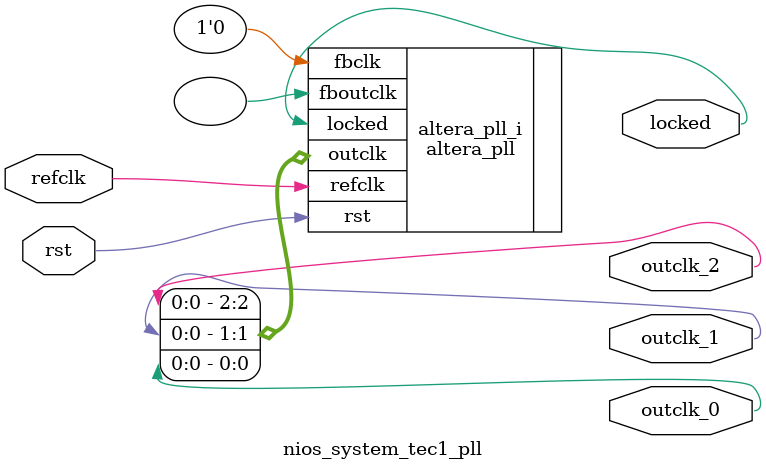
<source format=v>
`timescale 1ns/10ps
module  nios_system_tec1_pll(

	// interface 'refclk'
	input wire refclk,

	// interface 'reset'
	input wire rst,

	// interface 'outclk0'
	output wire outclk_0,

	// interface 'outclk1'
	output wire outclk_1,

	// interface 'outclk2'
	output wire outclk_2,

	// interface 'locked'
	output wire locked
);

	altera_pll #(
		.fractional_vco_multiplier("false"),
		.reference_clock_frequency("50.0 MHz"),
		.operation_mode("normal"),
		.number_of_clocks(3),
		.output_clock_frequency0("100.000000 MHz"),
		.phase_shift0("0 ps"),
		.duty_cycle0(50),
		.output_clock_frequency1("100.000000 MHz"),
		.phase_shift1("7500 ps"),
		.duty_cycle1(50),
		.output_clock_frequency2("50.000000 MHz"),
		.phase_shift2("0 ps"),
		.duty_cycle2(50),
		.output_clock_frequency3("0 MHz"),
		.phase_shift3("0 ps"),
		.duty_cycle3(50),
		.output_clock_frequency4("0 MHz"),
		.phase_shift4("0 ps"),
		.duty_cycle4(50),
		.output_clock_frequency5("0 MHz"),
		.phase_shift5("0 ps"),
		.duty_cycle5(50),
		.output_clock_frequency6("0 MHz"),
		.phase_shift6("0 ps"),
		.duty_cycle6(50),
		.output_clock_frequency7("0 MHz"),
		.phase_shift7("0 ps"),
		.duty_cycle7(50),
		.output_clock_frequency8("0 MHz"),
		.phase_shift8("0 ps"),
		.duty_cycle8(50),
		.output_clock_frequency9("0 MHz"),
		.phase_shift9("0 ps"),
		.duty_cycle9(50),
		.output_clock_frequency10("0 MHz"),
		.phase_shift10("0 ps"),
		.duty_cycle10(50),
		.output_clock_frequency11("0 MHz"),
		.phase_shift11("0 ps"),
		.duty_cycle11(50),
		.output_clock_frequency12("0 MHz"),
		.phase_shift12("0 ps"),
		.duty_cycle12(50),
		.output_clock_frequency13("0 MHz"),
		.phase_shift13("0 ps"),
		.duty_cycle13(50),
		.output_clock_frequency14("0 MHz"),
		.phase_shift14("0 ps"),
		.duty_cycle14(50),
		.output_clock_frequency15("0 MHz"),
		.phase_shift15("0 ps"),
		.duty_cycle15(50),
		.output_clock_frequency16("0 MHz"),
		.phase_shift16("0 ps"),
		.duty_cycle16(50),
		.output_clock_frequency17("0 MHz"),
		.phase_shift17("0 ps"),
		.duty_cycle17(50),
		.pll_type("General"),
		.pll_subtype("General")
	) altera_pll_i (
		.rst	(rst),
		.outclk	({outclk_2, outclk_1, outclk_0}),
		.locked	(locked),
		.fboutclk	( ),
		.fbclk	(1'b0),
		.refclk	(refclk)
	);
endmodule


</source>
